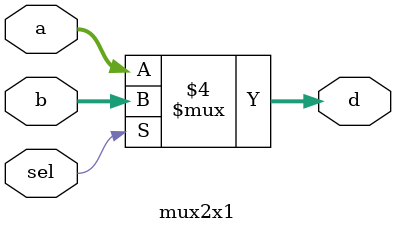
<source format=v>
`timescale 1ns / 1ps


module mux2x1 #(parameter DATAWIDTH = 64)(a,b,sel,d);
    input [DATAWIDTH-1:0] a,b;
    input sel;
    output reg [DATAWIDTH-1:0] d;

    always@(a,b,sel) begin
        if(sel == 0)
            d <= a;
        else
            d <= b;
    end


endmodule

</source>
